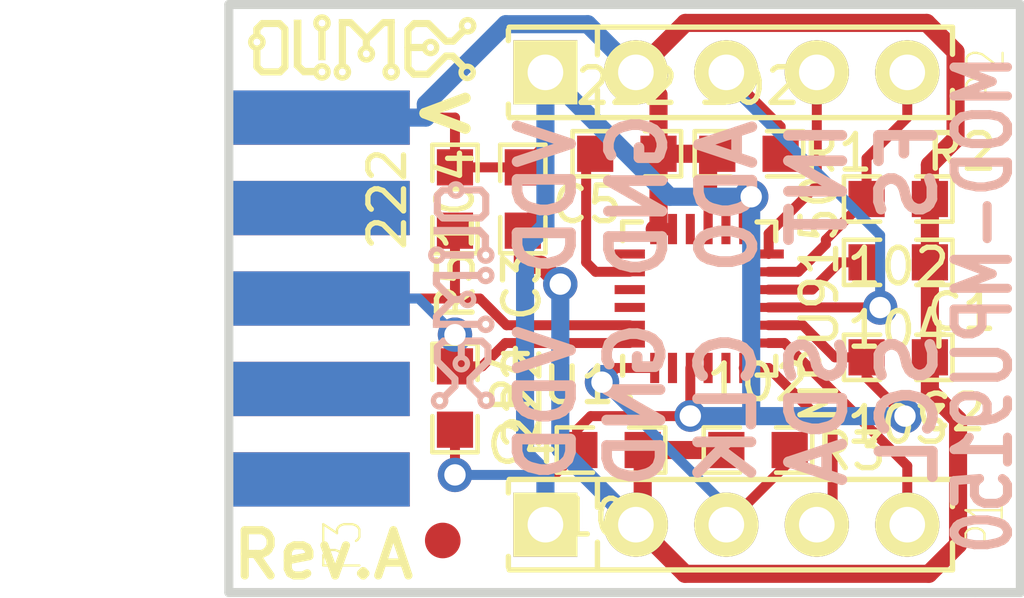
<source format=kicad_pcb>
(kicad_pcb (version 20171130) (host pcbnew "(5.1.12)-1")

  (general
    (thickness 1.6)
    (drawings 19)
    (tracks 133)
    (zones 0)
    (modules 17)
    (nets 27)
  )

  (page A4)
  (layers
    (0 F.Cu signal)
    (31 B.Cu signal)
    (32 B.Adhes user hide)
    (33 F.Adhes user hide)
    (34 B.Paste user hide)
    (35 F.Paste user hide)
    (36 B.SilkS user hide)
    (37 F.SilkS user hide)
    (38 B.Mask user hide)
    (39 F.Mask user hide)
    (40 Dwgs.User user hide)
    (41 Cmts.User user hide)
    (42 Eco1.User user hide)
    (43 Eco2.User user hide)
    (44 Edge.Cuts user)
    (45 Margin user hide)
    (46 B.CrtYd user hide)
    (47 F.CrtYd user hide)
    (48 B.Fab user hide)
    (49 F.Fab user hide)
  )

  (setup
    (last_trace_width 0.2794)
    (trace_clearance 0.19812)
    (zone_clearance 0.254)
    (zone_45_only no)
    (trace_min 0.2032)
    (via_size 0.9652)
    (via_drill 0.599999)
    (via_min_size 0.889)
    (via_min_drill 0.508)
    (uvia_size 0.508)
    (uvia_drill 0.127)
    (uvias_allowed no)
    (uvia_min_size 0.508)
    (uvia_min_drill 0.127)
    (edge_width 0.1)
    (segment_width 0.2)
    (pcb_text_width 0.3)
    (pcb_text_size 1.5 1.5)
    (mod_edge_width 0.15)
    (mod_text_size 0.762 1.016)
    (mod_text_width 0.0635)
    (pad_size 1 1)
    (pad_drill 0)
    (pad_to_mask_clearance 0.0508)
    (solder_mask_min_width 0.0508)
    (pad_to_paste_clearance -0.0508)
    (aux_axis_origin 0 0)
    (visible_elements 7FFFFFFF)
    (pcbplotparams
      (layerselection 0x00020_00000000)
      (usegerberextensions false)
      (usegerberattributes true)
      (usegerberadvancedattributes true)
      (creategerberjobfile true)
      (excludeedgelayer false)
      (linewidth 0.100000)
      (plotframeref false)
      (viasonmask false)
      (mode 1)
      (useauxorigin false)
      (hpglpennumber 1)
      (hpglpenspeed 20)
      (hpglpendiameter 15.000000)
      (psnegative false)
      (psa4output false)
      (plotreference false)
      (plotvalue false)
      (plotinvisibletext false)
      (padsonsilk false)
      (subtractmaskfromsilk false)
      (outputformat 1)
      (mirror false)
      (drillshape 0)
      (scaleselection 1)
      (outputdirectory ""))
  )

  (net 0 "")
  (net 1 "Net-(C1-Pad1)")
  (net 2 GND)
  (net 3 VDD)
  (net 4 CLKIN)
  (net 5 "Net-(P3-Pad3)")
  (net 6 "Net-(P3-Pad4)")
  (net 7 /SCL)
  (net 8 /SDA)
  (net 9 "Net-(P3-Pad7)")
  (net 10 "Net-(P3-Pad8)")
  (net 11 "Net-(P3-Pad9)")
  (net 12 "Net-(P3-Pad10)")
  (net 13 "Net-(U1-Pad2)")
  (net 14 "Net-(U1-Pad4)")
  (net 15 "Net-(U1-Pad5)")
  (net 16 "Net-(U1-Pad14)")
  (net 17 "Net-(U1-Pad16)")
  (net 18 "Net-(U1-Pad19)")
  (net 19 "Net-(U1-Pad21)")
  (net 20 "Net-(U1-Pad22)")
  (net 21 "Net-(P1-Pad4)")
  (net 22 AD0)
  (net 23 "Net-(P2-Pad4)")
  (net 24 "Net-(P2-Pad5)")
  (net 25 "Net-(C5-Pad2)")
  (net 26 "Net-(P1-Pad5)")

  (net_class Default "This is the default net class."
    (clearance 0.19812)
    (trace_width 0.2794)
    (via_dia 0.9652)
    (via_drill 0.599999)
    (uvia_dia 0.508)
    (uvia_drill 0.127)
    (add_net /SCL)
    (add_net /SDA)
    (add_net AD0)
    (add_net CLKIN)
    (add_net "Net-(C1-Pad1)")
    (add_net "Net-(C5-Pad2)")
    (add_net "Net-(P1-Pad4)")
    (add_net "Net-(P1-Pad5)")
    (add_net "Net-(P2-Pad4)")
    (add_net "Net-(P2-Pad5)")
    (add_net "Net-(P3-Pad10)")
    (add_net "Net-(P3-Pad3)")
    (add_net "Net-(P3-Pad4)")
    (add_net "Net-(P3-Pad7)")
    (add_net "Net-(P3-Pad8)")
    (add_net "Net-(P3-Pad9)")
    (add_net "Net-(U1-Pad14)")
    (add_net "Net-(U1-Pad16)")
    (add_net "Net-(U1-Pad19)")
    (add_net "Net-(U1-Pad2)")
    (add_net "Net-(U1-Pad21)")
    (add_net "Net-(U1-Pad22)")
    (add_net "Net-(U1-Pad4)")
    (add_net "Net-(U1-Pad5)")
  )

  (net_class fatpower ""
    (clearance 0.19812)
    (trace_width 0.2794)
    (via_dia 0.9652)
    (via_drill 0.599999)
    (uvia_dia 0.508)
    (uvia_drill 0.127)
  )

  (net_class power ""
    (clearance 0.19812)
    (trace_width 0.508)
    (via_dia 0.9652)
    (via_drill 0.599999)
    (uvia_dia 0.508)
    (uvia_drill 0.127)
    (add_net GND)
    (add_net VDD)
  )

  (module kicad_wrk:QFN-24-1EP_4x4mm_Pitch0.5mm (layer F.Cu) (tedit 55378A76) (tstamp 54FEE286)
    (at 146.558 88.9 90)
    (descr "24-Lead Plastic Quad Flat, No Lead Package (MJ) - 4x4x0.9 mm Body [QFN]; (see Microchip Packaging Specification 00000049BS.pdf)")
    (tags "QFN 0.5")
    (path /54F81ACE)
    (attr smd)
    (fp_text reference U1 (at -2.4384 -3.3782 180) (layer F.SilkS)
      (effects (font (size 1 1) (thickness 0.15)))
    )
    (fp_text value MPU9150 (at 0 3.375 90) (layer F.SilkS)
      (effects (font (size 1 1) (thickness 0.15)))
    )
    (fp_line (start 2.15 -2.15) (end 1.625 -2.15) (layer F.SilkS) (width 0.15))
    (fp_line (start 2.15 2.15) (end 1.625 2.15) (layer F.SilkS) (width 0.15))
    (fp_line (start -2.15 2.15) (end -1.625 2.15) (layer F.SilkS) (width 0.15))
    (fp_line (start -2.15 -2.15) (end -1.625 -2.15) (layer F.SilkS) (width 0.15))
    (fp_line (start 2.15 2.15) (end 2.15 1.625) (layer F.SilkS) (width 0.15))
    (fp_line (start -2.15 2.15) (end -2.15 1.625) (layer F.SilkS) (width 0.15))
    (fp_line (start 2.15 -2.15) (end 2.15 -1.625) (layer F.SilkS) (width 0.15))
    (fp_line (start -2.65 2.65) (end 2.65 2.65) (layer F.CrtYd) (width 0.05))
    (fp_line (start -2.65 -2.65) (end 2.65 -2.65) (layer F.CrtYd) (width 0.05))
    (fp_line (start 2.65 -2.65) (end 2.65 2.65) (layer F.CrtYd) (width 0.05))
    (fp_line (start -2.65 -2.65) (end -2.65 2.65) (layer F.CrtYd) (width 0.05))
    (fp_text user . (at -2.794 -2.54 90) (layer F.SilkS)
      (effects (font (size 1.27 1.27) (thickness 0.2032)))
    )
    (pad 1 smd rect (at -1.95 -1.25 90) (size 0.85 0.254) (layers F.Cu F.Paste F.Mask)
      (net 4 CLKIN))
    (pad 2 smd rect (at -1.95 -0.75 90) (size 0.85 0.254) (layers F.Cu F.Paste F.Mask)
      (net 13 "Net-(U1-Pad2)"))
    (pad 3 smd rect (at -1.95 -0.25 90) (size 0.85 0.254) (layers F.Cu F.Paste F.Mask)
      (net 3 VDD))
    (pad 4 smd rect (at -1.95 0.25 90) (size 0.85 0.254) (layers F.Cu F.Paste F.Mask)
      (net 14 "Net-(U1-Pad4)"))
    (pad 5 smd rect (at -1.95 0.75 90) (size 0.85 0.254) (layers F.Cu F.Paste F.Mask)
      (net 15 "Net-(U1-Pad5)"))
    (pad 6 smd rect (at -1.95 1.25 90) (size 0.85 0.254) (layers F.Cu F.Paste F.Mask)
      (net 21 "Net-(P1-Pad4)"))
    (pad 7 smd rect (at -1.25 1.95 180) (size 0.85 0.254) (layers F.Cu F.Paste F.Mask)
      (net 26 "Net-(P1-Pad5)"))
    (pad 8 smd rect (at -0.75 1.95 180) (size 0.85 0.254) (layers F.Cu F.Paste F.Mask)
      (net 3 VDD))
    (pad 9 smd rect (at -0.25 1.95 180) (size 0.85 0.254) (layers F.Cu F.Paste F.Mask)
      (net 22 AD0))
    (pad 10 smd rect (at 0.25 1.95 180) (size 0.85 0.254) (layers F.Cu F.Paste F.Mask)
      (net 1 "Net-(C1-Pad1)"))
    (pad 11 smd rect (at 0.75 1.95 180) (size 0.85 0.254) (layers F.Cu F.Paste F.Mask)
      (net 24 "Net-(P2-Pad5)"))
    (pad 12 smd rect (at 1.25 1.95 180) (size 0.85 0.254) (layers F.Cu F.Paste F.Mask)
      (net 23 "Net-(P2-Pad4)"))
    (pad 13 smd rect (at 1.95 1.25 90) (size 0.85 0.254) (layers F.Cu F.Paste F.Mask)
      (net 3 VDD))
    (pad 14 smd rect (at 1.95 0.75 90) (size 0.85 0.254) (layers F.Cu F.Paste F.Mask)
      (net 16 "Net-(U1-Pad14)"))
    (pad 15 smd rect (at 1.95 0.25 90) (size 0.85 0.254) (layers F.Cu F.Paste F.Mask)
      (net 2 GND))
    (pad 16 smd rect (at 1.95 -0.25 90) (size 0.85 0.254) (layers F.Cu F.Paste F.Mask)
      (net 17 "Net-(U1-Pad16)"))
    (pad 17 smd rect (at 1.95 -0.75 90) (size 0.85 0.254) (layers F.Cu F.Paste F.Mask)
      (net 2 GND))
    (pad 18 smd rect (at 1.95 -1.25 90) (size 0.85 0.254) (layers F.Cu F.Paste F.Mask)
      (net 2 GND))
    (pad 19 smd rect (at 1.25 -1.95 180) (size 0.85 0.254) (layers F.Cu F.Paste F.Mask)
      (net 18 "Net-(U1-Pad19)"))
    (pad 20 smd rect (at 0.75 -1.95 180) (size 0.85 0.254) (layers F.Cu F.Paste F.Mask)
      (net 25 "Net-(C5-Pad2)"))
    (pad 21 smd rect (at 0.25 -1.95 180) (size 0.85 0.254) (layers F.Cu F.Paste F.Mask)
      (net 19 "Net-(U1-Pad21)"))
    (pad 22 smd rect (at -0.25 -1.95 180) (size 0.85 0.254) (layers F.Cu F.Paste F.Mask)
      (net 20 "Net-(U1-Pad22)"))
    (pad 23 smd rect (at -0.75 -1.95 180) (size 0.85 0.254) (layers F.Cu F.Paste F.Mask)
      (net 7 /SCL))
    (pad 24 smd rect (at -1.25 -1.95 180) (size 0.85 0.254) (layers F.Cu F.Paste F.Mask)
      (net 8 /SDA))
    (model Housings_DFN_QFN/QFN-24-1EP_4x4mm_Pitch0.5mm.wrl
      (at (xyz 0 0 0))
      (scale (xyz 1 1 1))
      (rotate (xyz 0 0 0))
    )
  )

  (module UEXTF (layer F.Cu) (tedit 54FEFDC9) (tstamp 54F971C0)
    (at 130.81 88.9)
    (path /54F82F55)
    (fp_text reference P3 (at 5.7404 6.9342 90) (layer F.SilkS)
      (effects (font (size 1.016 0.762) (thickness 0.0635)))
    )
    (fp_text value HE10-10 (at 0 -3.81) (layer F.Fab)
      (effects (font (size 1 1) (thickness 0.15)))
    )
    (fp_line (start -3.81 6.35) (end 2.54 6.35) (layer F.Fab) (width 0.15))
    (fp_line (start -3.81 -6.35) (end -3.81 6.35) (layer F.Fab) (width 0.15))
    (fp_line (start 2.54 -6.35) (end -3.81 -6.35) (layer F.Fab) (width 0.15))
    (fp_line (start 1.27 1.27) (end -3.81 1.27) (layer F.Fab) (width 0.15))
    (fp_line (start 1.27 -1.27) (end 1.27 1.27) (layer F.Fab) (width 0.15))
    (fp_line (start -2.54 -1.27) (end 1.27 -1.27) (layer F.Fab) (width 0.15))
    (fp_line (start -3.81 -1.27) (end -2.54 -1.27) (layer F.Fab) (width 0.15))
    (fp_line (start 2.54 -6.35) (end 2.54 6.35) (layer F.Fab) (width 0.15))
    (pad 1 smd rect (at 5.08 -5.08) (size 5.08 1.524) (layers F.Cu F.Mask)
      (net 3 VDD))
    (pad 2 smd rect (at 5.08 -5.08) (size 5.08 1.524) (layers B.Cu B.Mask)
      (net 2 GND))
    (pad 3 smd rect (at 5.08 -2.54) (size 5.08 1.524) (layers F.Cu F.Mask)
      (net 5 "Net-(P3-Pad3)"))
    (pad 4 smd rect (at 5.08 -2.54) (size 5.08 1.524) (layers B.Cu B.Mask)
      (net 6 "Net-(P3-Pad4)"))
    (pad 5 smd rect (at 5.08 0) (size 5.08 1.524) (layers F.Cu F.Mask)
      (net 7 /SCL))
    (pad 6 smd rect (at 5.08 0) (size 5.08 1.524) (layers B.Cu B.Mask)
      (net 8 /SDA))
    (pad 7 smd rect (at 5.08 2.54) (size 5.08 1.524) (layers F.Cu F.Mask)
      (net 9 "Net-(P3-Pad7)"))
    (pad 8 smd rect (at 5.08 2.54) (size 5.08 1.524) (layers B.Cu B.Mask)
      (net 10 "Net-(P3-Pad8)"))
    (pad 9 smd rect (at 5.08 5.08) (size 5.08 1.524) (layers F.Cu F.Mask)
      (net 11 "Net-(P3-Pad9)"))
    (pad 10 smd rect (at 5.08 5.08) (size 5.08 1.524) (layers B.Cu B.Mask)
      (net 12 "Net-(P3-Pad10)"))
  )

  (module sips:SIP5_Housing locked (layer F.Cu) (tedit 54FEFD76) (tstamp 54F971AA)
    (at 147.32 82.55)
    (descr SIP5)
    (tags SIP5)
    (path /54F97189)
    (fp_text reference P2 (at 7.2898 0.0508 90) (layer F.SilkS)
      (effects (font (size 1.016 0.762) (thickness 0.0635)))
    )
    (fp_text value CONN_01X05 (at -0.1 3.7) (layer F.SilkS) hide
      (effects (font (size 1 1) (thickness 0.15)))
    )
    (fp_line (start -6.12 -1.192) (end -6.12 -0.892) (layer F.SilkS) (width 0.15))
    (fp_line (start -6.12 1.192) (end -6.12 0.892) (layer F.SilkS) (width 0.15))
    (fp_line (start -3.62 -1.192) (end -3.62 -0.492) (layer F.SilkS) (width 0.15))
    (fp_line (start -3.62 1.192) (end -3.62 0.492) (layer F.SilkS) (width 0.15))
    (fp_line (start 6.35 -1.27) (end 6.35 -0.508) (layer F.SilkS) (width 0.15))
    (fp_line (start -6.096 -1.27) (end 6.35 -1.27) (layer F.SilkS) (width 0.15))
    (fp_line (start 6.35 1.27) (end -6.096 1.27) (layer F.SilkS) (width 0.15))
    (fp_line (start 6.35 0.508) (end 6.35 1.27) (layer F.SilkS) (width 0.15))
    (pad 1 thru_hole rect (at -5.08 0 90) (size 1.8 1.8) (drill 1) (layers *.Cu *.Mask F.SilkS)
      (net 3 VDD))
    (pad 2 thru_hole circle (at -2.54 0 90) (size 1.8 1.8) (drill 1) (layers *.Cu *.Mask F.SilkS)
      (net 2 GND))
    (pad 3 thru_hole circle (at 0 0 90) (size 1.8 1.8) (drill 1) (layers *.Cu *.Mask F.SilkS)
      (net 22 AD0))
    (pad 4 thru_hole circle (at 2.54 0 90) (size 1.8 1.8) (drill 1) (layers *.Cu *.Mask F.SilkS)
      (net 23 "Net-(P2-Pad4)"))
    (pad 5 thru_hole circle (at 5.08 0 90) (size 1.8 1.8) (drill 1) (layers *.Cu *.Mask F.SilkS)
      (net 24 "Net-(P2-Pad5)"))
    (model Housings_SIP/SIP9_Housing.wrl
      (at (xyz 0 0 0))
      (scale (xyz 0.3937 0.3937 0.3937))
      (rotate (xyz 0 0 0))
    )
  )

  (module SIP5_Housing locked (layer F.Cu) (tedit 54FEFD7F) (tstamp 54F97199)
    (at 147.32 95.25)
    (descr SIP5)
    (tags SIP5)
    (path /54F96681)
    (fp_text reference P1 (at 7.2644 -0.0254 90) (layer F.SilkS)
      (effects (font (size 1.016 0.762) (thickness 0.0635)))
    )
    (fp_text value CONN_01X05 (at -0.1 3.7) (layer F.SilkS) hide
      (effects (font (size 1 1) (thickness 0.15)))
    )
    (fp_line (start -6.12 -1.192) (end -6.12 -0.892) (layer F.SilkS) (width 0.15))
    (fp_line (start -6.12 1.192) (end -6.12 0.892) (layer F.SilkS) (width 0.15))
    (fp_line (start -3.62 -1.192) (end -3.62 -0.492) (layer F.SilkS) (width 0.15))
    (fp_line (start -3.62 1.192) (end -3.62 0.492) (layer F.SilkS) (width 0.15))
    (fp_line (start 6.35 -1.27) (end 6.35 -0.508) (layer F.SilkS) (width 0.15))
    (fp_line (start -6.096 -1.27) (end 6.35 -1.27) (layer F.SilkS) (width 0.15))
    (fp_line (start 6.35 1.27) (end -6.096 1.27) (layer F.SilkS) (width 0.15))
    (fp_line (start 6.35 0.508) (end 6.35 1.27) (layer F.SilkS) (width 0.15))
    (pad 1 thru_hole rect (at -5.08 0 90) (size 1.8 1.8) (drill 1) (layers *.Cu *.Mask F.SilkS)
      (net 3 VDD))
    (pad 2 thru_hole circle (at -2.54 0 90) (size 1.8 1.8) (drill 1) (layers *.Cu *.Mask F.SilkS)
      (net 2 GND))
    (pad 3 thru_hole circle (at 0 0 90) (size 1.8 1.8) (drill 1) (layers *.Cu *.Mask F.SilkS)
      (net 4 CLKIN))
    (pad 4 thru_hole circle (at 2.54 0 90) (size 1.8 1.8) (drill 1) (layers *.Cu *.Mask F.SilkS)
      (net 21 "Net-(P1-Pad4)"))
    (pad 5 thru_hole circle (at 5.08 0 90) (size 1.8 1.8) (drill 1) (layers *.Cu *.Mask F.SilkS)
      (net 26 "Net-(P1-Pad5)"))
    (model Housings_SIP/SIP9_Housing.wrl
      (at (xyz 0 0 0))
      (scale (xyz 0.3937 0.3937 0.3937))
      (rotate (xyz 0 0 0))
    )
  )

  (module kicad_wrk:C_0603 (layer F.Cu) (tedit 54FEFE07) (tstamp 54FEE13C)
    (at 152.146 87.884)
    (descr "Resistor SMD 0603, reflow soldering, Vishay (see dcrcw.pdf)")
    (tags "resistor 0603")
    (path /54F81BC0)
    (attr smd)
    (fp_text reference C1 (at 1.778 1.397) (layer F.SilkS)
      (effects (font (size 1 1) (thickness 0.15)))
    )
    (fp_text value 104 (at 0 1.9) (layer F.SilkS)
      (effects (font (size 1 1) (thickness 0.15)))
    )
    (fp_line (start -1.524 -0.635) (end -0.508 -0.635) (layer F.SilkS) (width 0.127))
    (fp_line (start -1.524 0.635) (end -0.508 0.635) (layer F.SilkS) (width 0.127))
    (fp_line (start -1.524 -0.635) (end -1.524 0.635) (layer F.SilkS) (width 0.127))
    (fp_line (start 1.524 0.635) (end 0.508 0.635) (layer F.SilkS) (width 0.127))
    (fp_line (start 1.524 -0.635) (end 1.524 0.635) (layer F.SilkS) (width 0.127))
    (fp_line (start 0.508 -0.635) (end 1.524 -0.635) (layer F.SilkS) (width 0.127))
    (pad 1 smd rect (at -0.889 0) (size 1.016 1.016) (layers F.Cu F.Paste F.Mask)
      (net 1 "Net-(C1-Pad1)"))
    (pad 2 smd rect (at 0.889 0) (size 1.016 1.016) (layers F.Cu F.Paste F.Mask)
      (net 2 GND))
    (model Resistors_SMD/R_0603.wrl
      (at (xyz 0 0 0))
      (scale (xyz 1 1 1))
      (rotate (xyz 0 0 0))
    )
  )

  (module kicad_wrk:C_0603 (layer F.Cu) (tedit 54FEFE04) (tstamp 54FEE148)
    (at 152.146 90.551)
    (descr "Resistor SMD 0603, reflow soldering, Vishay (see dcrcw.pdf)")
    (tags "resistor 0603")
    (path /54F81B57)
    (attr smd)
    (fp_text reference C2 (at 1.4732 1.5494) (layer F.SilkS)
      (effects (font (size 1 1) (thickness 0.15)))
    )
    (fp_text value 103 (at 0 1.9) (layer F.SilkS)
      (effects (font (size 1 1) (thickness 0.15)))
    )
    (fp_line (start -1.524 -0.635) (end -0.508 -0.635) (layer F.SilkS) (width 0.127))
    (fp_line (start -1.524 0.635) (end -0.508 0.635) (layer F.SilkS) (width 0.127))
    (fp_line (start -1.524 -0.635) (end -1.524 0.635) (layer F.SilkS) (width 0.127))
    (fp_line (start 1.524 0.635) (end 0.508 0.635) (layer F.SilkS) (width 0.127))
    (fp_line (start 1.524 -0.635) (end 1.524 0.635) (layer F.SilkS) (width 0.127))
    (fp_line (start 0.508 -0.635) (end 1.524 -0.635) (layer F.SilkS) (width 0.127))
    (pad 1 smd rect (at -0.889 0) (size 1.016 1.016) (layers F.Cu F.Paste F.Mask)
      (net 3 VDD))
    (pad 2 smd rect (at 0.889 0) (size 1.016 1.016) (layers F.Cu F.Paste F.Mask)
      (net 2 GND))
    (model Resistors_SMD/R_0603.wrl
      (at (xyz 0 0 0))
      (scale (xyz 1 1 1))
      (rotate (xyz 0 0 0))
    )
  )

  (module kicad_wrk:C_0603 (layer F.Cu) (tedit 54FEFD5E) (tstamp 54FEE154)
    (at 141.605 86.106 270)
    (descr "Resistor SMD 0603, reflow soldering, Vishay (see dcrcw.pdf)")
    (tags "resistor 0603")
    (path /54F851DC)
    (attr smd)
    (fp_text reference C3 (at 2.4384 0.0254 270) (layer F.SilkS)
      (effects (font (size 1 1) (thickness 0.15)))
    )
    (fp_text value 104 (at 0 1.9 270) (layer F.SilkS)
      (effects (font (size 1 1) (thickness 0.15)))
    )
    (fp_line (start -1.524 -0.635) (end -0.508 -0.635) (layer F.SilkS) (width 0.127))
    (fp_line (start -1.524 0.635) (end -0.508 0.635) (layer F.SilkS) (width 0.127))
    (fp_line (start -1.524 -0.635) (end -1.524 0.635) (layer F.SilkS) (width 0.127))
    (fp_line (start 1.524 0.635) (end 0.508 0.635) (layer F.SilkS) (width 0.127))
    (fp_line (start 1.524 -0.635) (end 1.524 0.635) (layer F.SilkS) (width 0.127))
    (fp_line (start 0.508 -0.635) (end 1.524 -0.635) (layer F.SilkS) (width 0.127))
    (pad 1 smd rect (at -0.889 0 270) (size 1.016 1.016) (layers F.Cu F.Paste F.Mask)
      (net 3 VDD))
    (pad 2 smd rect (at 0.889 0 270) (size 1.016 1.016) (layers F.Cu F.Paste F.Mask)
      (net 2 GND))
    (model Resistors_SMD/R_0603.wrl
      (at (xyz 0 0 0))
      (scale (xyz 1 1 1))
      (rotate (xyz 0 0 0))
    )
  )

  (module kicad_wrk:C_0603 (layer F.Cu) (tedit 54FEFDB1) (tstamp 54FEE160)
    (at 144.082 93.1545)
    (descr "Resistor SMD 0603, reflow soldering, Vishay (see dcrcw.pdf)")
    (tags "resistor 0603")
    (path /54F81D5B)
    (attr smd)
    (fp_text reference C4 (at -2.5019 -0.1397) (layer F.SilkS)
      (effects (font (size 1 1) (thickness 0.15)))
    )
    (fp_text value 104 (at 0 1.9) (layer F.SilkS)
      (effects (font (size 1 1) (thickness 0.15)))
    )
    (fp_line (start -1.524 -0.635) (end -0.508 -0.635) (layer F.SilkS) (width 0.127))
    (fp_line (start -1.524 0.635) (end -0.508 0.635) (layer F.SilkS) (width 0.127))
    (fp_line (start -1.524 -0.635) (end -1.524 0.635) (layer F.SilkS) (width 0.127))
    (fp_line (start 1.524 0.635) (end 0.508 0.635) (layer F.SilkS) (width 0.127))
    (fp_line (start 1.524 -0.635) (end 1.524 0.635) (layer F.SilkS) (width 0.127))
    (fp_line (start 0.508 -0.635) (end 1.524 -0.635) (layer F.SilkS) (width 0.127))
    (pad 1 smd rect (at -0.889 0) (size 1.016 1.016) (layers F.Cu F.Paste F.Mask)
      (net 3 VDD))
    (pad 2 smd rect (at 0.889 0) (size 1.016 1.016) (layers F.Cu F.Paste F.Mask)
      (net 2 GND))
    (model Resistors_SMD/R_0603.wrl
      (at (xyz 0 0 0))
      (scale (xyz 1 1 1))
      (rotate (xyz 0 0 0))
    )
  )

  (module kicad_wrk:C_0603 (layer F.Cu) (tedit 54FEFD67) (tstamp 54FEE16C)
    (at 144.526 84.836 180)
    (descr "Resistor SMD 0603, reflow soldering, Vishay (see dcrcw.pdf)")
    (tags "resistor 0603")
    (path /54F82086)
    (attr smd)
    (fp_text reference C5 (at 1.1176 -1.4224 180) (layer F.SilkS)
      (effects (font (size 1 1) (thickness 0.15)))
    )
    (fp_text value 222 (at 0 1.9 180) (layer F.SilkS)
      (effects (font (size 1 1) (thickness 0.15)))
    )
    (fp_line (start -1.524 -0.635) (end -0.508 -0.635) (layer F.SilkS) (width 0.127))
    (fp_line (start -1.524 0.635) (end -0.508 0.635) (layer F.SilkS) (width 0.127))
    (fp_line (start -1.524 -0.635) (end -1.524 0.635) (layer F.SilkS) (width 0.127))
    (fp_line (start 1.524 0.635) (end 0.508 0.635) (layer F.SilkS) (width 0.127))
    (fp_line (start 1.524 -0.635) (end 1.524 0.635) (layer F.SilkS) (width 0.127))
    (fp_line (start 0.508 -0.635) (end 1.524 -0.635) (layer F.SilkS) (width 0.127))
    (pad 1 smd rect (at -0.889 0 180) (size 1.016 1.016) (layers F.Cu F.Paste F.Mask)
      (net 2 GND))
    (pad 2 smd rect (at 0.889 0 180) (size 1.016 1.016) (layers F.Cu F.Paste F.Mask)
      (net 25 "Net-(C5-Pad2)"))
    (model Resistors_SMD/R_0603.wrl
      (at (xyz 0 0 0))
      (scale (xyz 1 1 1))
      (rotate (xyz 0 0 0))
    )
  )

  (module kicad_wrk:R_0603 (layer F.Cu) (tedit 54FEFD28) (tstamp 54FEE178)
    (at 147.955 84.836 180)
    (descr "Resistor SMD 0603, reflow soldering, Vishay (see dcrcw.pdf)")
    (tags "resistor 0603")
    (path /54F847C7)
    (attr smd)
    (fp_text reference R1 (at -2.4892 0.0254 180) (layer F.SilkS)
      (effects (font (size 1 1) (thickness 0.15)))
    )
    (fp_text value 102 (at 0 1.9 180) (layer F.SilkS)
      (effects (font (size 1 1) (thickness 0.15)))
    )
    (fp_line (start -1.524 -0.635) (end -0.508 -0.635) (layer F.SilkS) (width 0.127))
    (fp_line (start -1.524 0.635) (end -0.508 0.635) (layer F.SilkS) (width 0.127))
    (fp_line (start -1.524 -0.635) (end -1.524 0.635) (layer F.SilkS) (width 0.127))
    (fp_line (start 1.524 0.635) (end 0.508 0.635) (layer F.SilkS) (width 0.127))
    (fp_line (start 1.524 -0.635) (end 1.524 0.635) (layer F.SilkS) (width 0.127))
    (fp_line (start 0.508 -0.635) (end 1.524 -0.635) (layer F.SilkS) (width 0.127))
    (pad 1 smd rect (at -0.889 0 180) (size 1.016 1.016) (layers F.Cu F.Paste F.Mask)
      (net 22 AD0))
    (pad 2 smd rect (at 0.889 0 180) (size 1.016 1.016) (layers F.Cu F.Paste F.Mask)
      (net 2 GND))
    (model Resistors_SMD/R_0603.wrl
      (at (xyz 0 0 0))
      (scale (xyz 1 1 1))
      (rotate (xyz 0 0 0))
    )
  )

  (module kicad_wrk:R_0603 (layer F.Cu) (tedit 54FEFE0A) (tstamp 54FEE184)
    (at 152.146 86.106)
    (descr "Resistor SMD 0603, reflow soldering, Vishay (see dcrcw.pdf)")
    (tags "resistor 0603")
    (path /54F84816)
    (attr smd)
    (fp_text reference R2 (at 1.778 -1.3208) (layer F.SilkS)
      (effects (font (size 1 1) (thickness 0.15)))
    )
    (fp_text value 102 (at 0 1.9) (layer F.SilkS)
      (effects (font (size 1 1) (thickness 0.15)))
    )
    (fp_line (start -1.524 -0.635) (end -0.508 -0.635) (layer F.SilkS) (width 0.127))
    (fp_line (start -1.524 0.635) (end -0.508 0.635) (layer F.SilkS) (width 0.127))
    (fp_line (start -1.524 -0.635) (end -1.524 0.635) (layer F.SilkS) (width 0.127))
    (fp_line (start 1.524 0.635) (end 0.508 0.635) (layer F.SilkS) (width 0.127))
    (fp_line (start 1.524 -0.635) (end 1.524 0.635) (layer F.SilkS) (width 0.127))
    (fp_line (start 0.508 -0.635) (end 1.524 -0.635) (layer F.SilkS) (width 0.127))
    (pad 1 smd rect (at -0.889 0) (size 1.016 1.016) (layers F.Cu F.Paste F.Mask)
      (net 24 "Net-(P2-Pad5)"))
    (pad 2 smd rect (at 0.889 0) (size 1.016 1.016) (layers F.Cu F.Paste F.Mask)
      (net 2 GND))
    (model Resistors_SMD/R_0603.wrl
      (at (xyz 0 0 0))
      (scale (xyz 1 1 1))
      (rotate (xyz 0 0 0))
    )
  )

  (module kicad_wrk:R_0603 (layer F.Cu) (tedit 54FEFD4E) (tstamp 54FEE190)
    (at 148.209 93.1545 180)
    (descr "Resistor SMD 0603, reflow soldering, Vishay (see dcrcw.pdf)")
    (tags "resistor 0603")
    (path /54F84B6C)
    (attr smd)
    (fp_text reference R3 (at -2.6162 -0.0381 180) (layer F.SilkS)
      (effects (font (size 1 1) (thickness 0.15)))
    )
    (fp_text value 102 (at 0 1.9 180) (layer F.SilkS)
      (effects (font (size 1 1) (thickness 0.15)))
    )
    (fp_line (start -1.524 -0.635) (end -0.508 -0.635) (layer F.SilkS) (width 0.127))
    (fp_line (start -1.524 0.635) (end -0.508 0.635) (layer F.SilkS) (width 0.127))
    (fp_line (start -1.524 -0.635) (end -1.524 0.635) (layer F.SilkS) (width 0.127))
    (fp_line (start 1.524 0.635) (end 0.508 0.635) (layer F.SilkS) (width 0.127))
    (fp_line (start 1.524 -0.635) (end 1.524 0.635) (layer F.SilkS) (width 0.127))
    (fp_line (start 0.508 -0.635) (end 1.524 -0.635) (layer F.SilkS) (width 0.127))
    (pad 1 smd rect (at -0.889 0 180) (size 1.016 1.016) (layers F.Cu F.Paste F.Mask)
      (net 4 CLKIN))
    (pad 2 smd rect (at 0.889 0 180) (size 1.016 1.016) (layers F.Cu F.Paste F.Mask)
      (net 2 GND))
    (model Resistors_SMD/R_0603.wrl
      (at (xyz 0 0 0))
      (scale (xyz 1 1 1))
      (rotate (xyz 0 0 0))
    )
  )

  (module kicad_wrk:R_0603 (layer F.Cu) (tedit 553744D4) (tstamp 54FEE19C)
    (at 139.7 91.694 90)
    (descr "Resistor SMD 0603, reflow soldering, Vishay (see dcrcw.pdf)")
    (tags "resistor 0603")
    (path /54F86043)
    (attr smd)
    (fp_text reference R4 (at 0.5588 1.5748 90) (layer F.SilkS)
      (effects (font (size 1 1) (thickness 0.15)))
    )
    (fp_text value 222 (at 0 1.9 90) (layer F.SilkS)
      (effects (font (size 1 1) (thickness 0.15)))
    )
    (fp_line (start -1.524 -0.635) (end -0.508 -0.635) (layer F.SilkS) (width 0.127))
    (fp_line (start -1.524 0.635) (end -0.508 0.635) (layer F.SilkS) (width 0.127))
    (fp_line (start -1.524 -0.635) (end -1.524 0.635) (layer F.SilkS) (width 0.127))
    (fp_line (start 1.524 0.635) (end 0.508 0.635) (layer F.SilkS) (width 0.127))
    (fp_line (start 1.524 -0.635) (end 1.524 0.635) (layer F.SilkS) (width 0.127))
    (fp_line (start 0.508 -0.635) (end 1.524 -0.635) (layer F.SilkS) (width 0.127))
    (pad 1 smd rect (at -0.889 0 90) (size 1.016 1.016) (layers F.Cu F.Paste F.Mask)
      (net 3 VDD))
    (pad 2 smd rect (at 0.889 0 90) (size 1.016 1.016) (layers F.Cu F.Paste F.Mask)
      (net 8 /SDA))
    (model Resistors_SMD/R_0603.wrl
      (at (xyz 0 0 0))
      (scale (xyz 1 1 1))
      (rotate (xyz 0 0 0))
    )
  )

  (module kicad_wrk:R_0603 (layer F.Cu) (tedit 54FEFD5A) (tstamp 54FEE1A8)
    (at 139.7 86.106 270)
    (descr "Resistor SMD 0603, reflow soldering, Vishay (see dcrcw.pdf)")
    (tags "resistor 0603")
    (path /54F856DF)
    (attr smd)
    (fp_text reference R5 (at 2.4384 -0.0254 270) (layer F.SilkS)
      (effects (font (size 1 1) (thickness 0.15)))
    )
    (fp_text value 222 (at 0 1.9 270) (layer F.SilkS)
      (effects (font (size 1 1) (thickness 0.15)))
    )
    (fp_line (start -1.524 -0.635) (end -0.508 -0.635) (layer F.SilkS) (width 0.127))
    (fp_line (start -1.524 0.635) (end -0.508 0.635) (layer F.SilkS) (width 0.127))
    (fp_line (start -1.524 -0.635) (end -1.524 0.635) (layer F.SilkS) (width 0.127))
    (fp_line (start 1.524 0.635) (end 0.508 0.635) (layer F.SilkS) (width 0.127))
    (fp_line (start 1.524 -0.635) (end 1.524 0.635) (layer F.SilkS) (width 0.127))
    (fp_line (start 0.508 -0.635) (end 1.524 -0.635) (layer F.SilkS) (width 0.127))
    (pad 1 smd rect (at -0.889 0 270) (size 1.016 1.016) (layers F.Cu F.Paste F.Mask)
      (net 3 VDD))
    (pad 2 smd rect (at 0.889 0 270) (size 1.016 1.016) (layers F.Cu F.Paste F.Mask)
      (net 7 /SCL))
    (model Resistors_SMD/R_0603.wrl
      (at (xyz 0 0 0))
      (scale (xyz 1 1 1))
      (rotate (xyz 0 0 0))
    )
  )

  (module kicad_wrk:Fiducial1x3 (layer F.Cu) (tedit 55407C7A) (tstamp 7FFFFFFF)
    (at 139.357 95.6945)
    (fp_text reference REF**_3 (at 0 3) (layer F.SilkS)
      (effects (font (size 1 1) (thickness 0.15)))
    )
    (fp_text value Fiducial1x3 (at 0 -3) (layer F.Fab)
      (effects (font (size 1 1) (thickness 0.15)))
    )
    (fp_circle (center 0 0) (end 1.5 0) (layer Dwgs.User) (width 0.254))
    (pad Fid1 smd circle (at 0 0) (size 1 1) (layers F.Cu F.Mask))
  )

  (module OLIMEX_LOGOs-FP:OLIMEX_LOGO_SMALL_TB (layer F.Cu) (tedit 5539E04C) (tstamp 5540C6C7)
    (at 137.084 81.8515)
    (fp_text reference REF**_2 (at -1.2827 -14.4145) (layer F.SilkS)
      (effects (font (size 1.1 1.1) (thickness 0.254)))
    )
    (fp_text value OLIMEX_LOGO_SMALL_TB (at -0.0254 13.4112) (layer F.Fab)
      (effects (font (size 1.1 1.1) (thickness 0.254)))
    )
    (fp_circle (center -2.9464 -0.1524) (end -2.8448 -0.2921) (layer F.SilkS) (width 0.15))
    (fp_circle (center -1.1176 0.6858) (end -1.016 0.5461) (layer F.SilkS) (width 0.15))
    (fp_circle (center -1.1176 -0.6858) (end -1.016 -0.8255) (layer F.SilkS) (width 0.15))
    (fp_circle (center -0.5461 0.6858) (end -0.4445 0.5461) (layer F.SilkS) (width 0.15))
    (fp_circle (center 0.127 0.1778) (end 0.2286 0.0381) (layer F.SilkS) (width 0.15))
    (fp_circle (center 0.8255 0.6858) (end 0.9271 0.5461) (layer F.SilkS) (width 0.15))
    (fp_circle (center 2.9591 0.6985) (end 3.0607 0.5588) (layer F.SilkS) (width 0.15))
    (fp_circle (center 2.9718 -0.6096) (end 3.0734 -0.7493) (layer F.SilkS) (width 0.15))
    (fp_circle (center 1.9304 0) (end 2.032 -0.1397) (layer F.SilkS) (width 0.15))
    (fp_line (start -2.3114 -0.6713) (end -2.159 -0.5207) (layer F.SilkS) (width 0.2))
    (fp_line (start -2.159 -0.4826) (end -2.159 0.5207) (layer F.SilkS) (width 0.2))
    (fp_line (start -2.2987 0.6858) (end -2.159 0.5461) (layer F.SilkS) (width 0.2))
    (fp_line (start -2.9464 0.0762) (end -2.9464 0.5207) (layer F.SilkS) (width 0.2))
    (fp_line (start -1.8034 -0.6731) (end -1.8034 0.508) (layer F.SilkS) (width 0.2))
    (fp_line (start -1.8034 0.508) (end -1.6256 0.6731) (layer F.SilkS) (width 0.2))
    (fp_line (start -1.6256 0.6731) (end -1.3462 0.6731) (layer F.SilkS) (width 0.2))
    (fp_line (start -1.1176 -0.4572) (end -1.1176 0.254) (layer F.SilkS) (width 0.2))
    (fp_line (start -0.5461 0.4699) (end -0.5461 -0.6985) (layer F.SilkS) (width 0.2))
    (fp_line (start -0.5461 -0.6985) (end -0.3175 -0.6985) (layer F.SilkS) (width 0.2))
    (fp_line (start -0.3175 -0.6985) (end 0.127 -0.254) (layer F.SilkS) (width 0.2))
    (fp_line (start 0.127 -0.254) (end 0.127 -0.0508) (layer F.SilkS) (width 0.2))
    (fp_line (start 0.127 -0.2286) (end 0.6096 -0.6985) (layer F.SilkS) (width 0.2))
    (fp_line (start 0.6096 -0.6985) (end 0.8255 -0.6985) (layer F.SilkS) (width 0.2))
    (fp_line (start 0.8255 -0.6985) (end 0.8255 0.4318) (layer F.SilkS) (width 0.2))
    (fp_line (start 2.8448 0.5334) (end 2.5527 0.2413) (layer F.SilkS) (width 0.2))
    (fp_line (start 2.5527 0.2413) (end 2.3622 0.2413) (layer F.SilkS) (width 0.2))
    (fp_line (start 2.3622 0.2413) (end 1.8542 0.7493) (layer F.SilkS) (width 0.2))
    (fp_line (start 1.8542 0.7493) (end 1.4605 0.7493) (layer F.SilkS) (width 0.2))
    (fp_line (start 1.4605 0.7493) (end 1.2954 0.5715) (layer F.SilkS) (width 0.2))
    (fp_line (start 1.2954 0.5715) (end 1.2954 0) (layer F.SilkS) (width 0.2))
    (fp_line (start 1.2954 -0.4953) (end 1.4732 -0.6731) (layer F.SilkS) (width 0.2))
    (fp_line (start 1.2954 0.0127) (end 1.2954 -0.4953) (layer F.SilkS) (width 0.2))
    (fp_line (start 1.4732 -0.6731) (end 1.8669 -0.6731) (layer F.SilkS) (width 0.2))
    (fp_line (start 1.8669 -0.6731) (end 2.3622 -0.1778) (layer F.SilkS) (width 0.2))
    (fp_line (start 2.3622 -0.1778) (end 2.5654 -0.1778) (layer F.SilkS) (width 0.2))
    (fp_line (start 2.5654 -0.1778) (end 2.8194 -0.4318) (layer F.SilkS) (width 0.2))
    (fp_line (start 1.7272 0) (end 1.2954 0) (layer F.SilkS) (width 0.2))
    (fp_line (start -2.794 -0.6731) (end -2.3114 -0.6731) (layer F.SilkS) (width 0.2))
    (fp_line (start -2.9464 -0.5207) (end -2.794 -0.6731) (layer F.SilkS) (width 0.2))
    (fp_line (start -2.9464 -0.3556) (end -2.9464 -0.5207) (layer F.SilkS) (width 0.2))
    (fp_line (start -2.794 0.6858) (end -2.9464 0.5461) (layer F.SilkS) (width 0.2))
    (fp_line (start -2.2987 0.6858) (end -2.794 0.6858) (layer F.SilkS) (width 0.2))
    (fp_line (start -1.905 -0.7747) (end -1.905 0.5207) (layer F.SilkS) (width 0.01))
    (fp_line (start -1.8034 -0.7747) (end -1.905 -0.7747) (layer F.SilkS) (width 0.01))
    (fp_line (start -1.905 0.5461) (end -1.6637 0.7747) (layer F.SilkS) (width 0.01))
    (fp_line (start -1.905 0.5334) (end -1.905 0.5461) (layer F.SilkS) (width 0.01))
    (fp_line (start -1.905 0.5207) (end -1.905 0.5334) (layer F.SilkS) (width 0.01))
    (fp_line (start -1.8923 0.5588) (end -1.905 0.5334) (layer F.SilkS) (width 0.01))
    (fp_line (start -1.6637 0.7747) (end -1.3462 0.7747) (layer F.SilkS) (width 0.01))
    (fp_line (start -1.651 0.7747) (end -1.6637 0.762) (layer F.SilkS) (width 0.01))
    (fp_line (start -1.7018 -0.7747) (end -1.7018 0.4826) (layer F.SilkS) (width 0.01))
    (fp_line (start -1.8034 -0.7747) (end -1.7018 -0.7747) (layer F.SilkS) (width 0.01))
    (fp_line (start -1.87706 -0.74422) (end -1.8288 -0.74422) (layer F.SilkS) (width 0.0625))
    (fp_line (start -1.78054 -0.74168) (end -1.73228 -0.74168) (layer F.SilkS) (width 0.0625))
    (fp_line (start -1.89738 -0.77216) (end -1.89738 -0.6985) (layer F.SilkS) (width 0.0127))
    (fp_line (start -1.71196 -0.77216) (end -1.71196 -0.69342) (layer F.SilkS) (width 0.0127))
    (fp_line (start -1.02362 0.35306) (end -1.21412 0.35306) (layer F.SilkS) (width 0.0127))
    (fp_line (start -1.02362 0.25654) (end -1.02362 0.35306) (layer F.SilkS) (width 0.0127))
    (fp_line (start -1.21412 0.35306) (end -1.21412 -0.4699) (layer F.SilkS) (width 0.0127))
    (fp_line (start -1.20904 0.34036) (end -1.02616 0.34036) (layer F.SilkS) (width 0.0127))
    (fp_line (start -1.21158 0.32766) (end -1.0287 0.32766) (layer F.SilkS) (width 0.0127))
    (fp_line (start -1.21158 0.31496) (end -1.0287 0.31496) (layer F.SilkS) (width 0.0127))
    (fp_line (start -1.21158 0.30226) (end -1.02616 0.30226) (layer F.SilkS) (width 0.0127))
    (fp_line (start -0.64008 -0.79248) (end -0.31242 -0.79248) (layer F.SilkS) (width 0.0127))
    (fp_line (start -0.64008 -0.69596) (end -0.64008 -0.79248) (layer F.SilkS) (width 0.0127))
    (fp_line (start -0.58674 -0.77978) (end -0.63246 -0.77978) (layer F.SilkS) (width 0.0127))
    (fp_line (start -0.62992 -0.7874) (end -0.62992 -0.74676) (layer F.SilkS) (width 0.0127))
    (fp_line (start -0.62738 -0.76708) (end -0.61214 -0.76708) (layer F.SilkS) (width 0.0127))
    (fp_line (start 0.91948 -0.79248) (end 0.91948 -0.69596) (layer F.SilkS) (width 0.0127))
    (fp_line (start 0.83312 -0.79248) (end 0.91948 -0.79248) (layer F.SilkS) (width 0.0127))
    (fp_line (start 0.87376 -0.78232) (end 0.91186 -0.78232) (layer F.SilkS) (width 0.0127))
    (fp_line (start 0.90932 -0.77724) (end 0.90932 -0.74676) (layer F.SilkS) (width 0.0127))
    (fp_line (start 0.88646 -0.77216) (end 0.90678 -0.77216) (layer F.SilkS) (width 0.0127))
    (fp_line (start 0.9017 -0.7747) (end 0.9017 -0.75946) (layer F.SilkS) (width 0.0127))
  )

  (module OLIMEX_LOGOs-FP:OLIMEX_LOGO_SMALL_TB (layer B.Cu) (tedit 5539E04C) (tstamp 5540C763)
    (at 139.878 88.7984 270)
    (fp_text reference REF** (at -1.2827 14.4145 270) (layer B.SilkS)
      (effects (font (size 1.1 1.1) (thickness 0.254)) (justify mirror))
    )
    (fp_text value OLIMEX_LOGO_SMALL_TB (at -0.0254 -13.4112 270) (layer B.Fab)
      (effects (font (size 1.1 1.1) (thickness 0.254)) (justify mirror))
    )
    (fp_circle (center -2.9464 0.1524) (end -2.8448 0.2921) (layer B.SilkS) (width 0.15))
    (fp_circle (center -1.1176 -0.6858) (end -1.016 -0.5461) (layer B.SilkS) (width 0.15))
    (fp_circle (center -1.1176 0.6858) (end -1.016 0.8255) (layer B.SilkS) (width 0.15))
    (fp_circle (center -0.5461 -0.6858) (end -0.4445 -0.5461) (layer B.SilkS) (width 0.15))
    (fp_circle (center 0.127 -0.1778) (end 0.2286 -0.0381) (layer B.SilkS) (width 0.15))
    (fp_circle (center 0.8255 -0.6858) (end 0.9271 -0.5461) (layer B.SilkS) (width 0.15))
    (fp_circle (center 2.9591 -0.6985) (end 3.0607 -0.5588) (layer B.SilkS) (width 0.15))
    (fp_circle (center 2.9718 0.6096) (end 3.0734 0.7493) (layer B.SilkS) (width 0.15))
    (fp_circle (center 1.9304 0) (end 2.032 0.1397) (layer B.SilkS) (width 0.15))
    (fp_line (start -2.3114 0.6713) (end -2.159 0.5207) (layer B.SilkS) (width 0.2))
    (fp_line (start -2.159 0.4826) (end -2.159 -0.5207) (layer B.SilkS) (width 0.2))
    (fp_line (start -2.2987 -0.6858) (end -2.159 -0.5461) (layer B.SilkS) (width 0.2))
    (fp_line (start -2.9464 -0.0762) (end -2.9464 -0.5207) (layer B.SilkS) (width 0.2))
    (fp_line (start -1.8034 0.6731) (end -1.8034 -0.508) (layer B.SilkS) (width 0.2))
    (fp_line (start -1.8034 -0.508) (end -1.6256 -0.6731) (layer B.SilkS) (width 0.2))
    (fp_line (start -1.6256 -0.6731) (end -1.3462 -0.6731) (layer B.SilkS) (width 0.2))
    (fp_line (start -1.1176 0.4572) (end -1.1176 -0.254) (layer B.SilkS) (width 0.2))
    (fp_line (start -0.5461 -0.4699) (end -0.5461 0.6985) (layer B.SilkS) (width 0.2))
    (fp_line (start -0.5461 0.6985) (end -0.3175 0.6985) (layer B.SilkS) (width 0.2))
    (fp_line (start -0.3175 0.6985) (end 0.127 0.254) (layer B.SilkS) (width 0.2))
    (fp_line (start 0.127 0.254) (end 0.127 0.0508) (layer B.SilkS) (width 0.2))
    (fp_line (start 0.127 0.2286) (end 0.6096 0.6985) (layer B.SilkS) (width 0.2))
    (fp_line (start 0.6096 0.6985) (end 0.8255 0.6985) (layer B.SilkS) (width 0.2))
    (fp_line (start 0.8255 0.6985) (end 0.8255 -0.4318) (layer B.SilkS) (width 0.2))
    (fp_line (start 2.8448 -0.5334) (end 2.5527 -0.2413) (layer B.SilkS) (width 0.2))
    (fp_line (start 2.5527 -0.2413) (end 2.3622 -0.2413) (layer B.SilkS) (width 0.2))
    (fp_line (start 2.3622 -0.2413) (end 1.8542 -0.7493) (layer B.SilkS) (width 0.2))
    (fp_line (start 1.8542 -0.7493) (end 1.4605 -0.7493) (layer B.SilkS) (width 0.2))
    (fp_line (start 1.4605 -0.7493) (end 1.2954 -0.5715) (layer B.SilkS) (width 0.2))
    (fp_line (start 1.2954 -0.5715) (end 1.2954 0) (layer B.SilkS) (width 0.2))
    (fp_line (start 1.2954 0.4953) (end 1.4732 0.6731) (layer B.SilkS) (width 0.2))
    (fp_line (start 1.2954 -0.0127) (end 1.2954 0.4953) (layer B.SilkS) (width 0.2))
    (fp_line (start 1.4732 0.6731) (end 1.8669 0.6731) (layer B.SilkS) (width 0.2))
    (fp_line (start 1.8669 0.6731) (end 2.3622 0.1778) (layer B.SilkS) (width 0.2))
    (fp_line (start 2.3622 0.1778) (end 2.5654 0.1778) (layer B.SilkS) (width 0.2))
    (fp_line (start 2.5654 0.1778) (end 2.8194 0.4318) (layer B.SilkS) (width 0.2))
    (fp_line (start 1.7272 0) (end 1.2954 0) (layer B.SilkS) (width 0.2))
    (fp_line (start -2.794 0.6731) (end -2.3114 0.6731) (layer B.SilkS) (width 0.2))
    (fp_line (start -2.9464 0.5207) (end -2.794 0.6731) (layer B.SilkS) (width 0.2))
    (fp_line (start -2.9464 0.3556) (end -2.9464 0.5207) (layer B.SilkS) (width 0.2))
    (fp_line (start -2.794 -0.6858) (end -2.9464 -0.5461) (layer B.SilkS) (width 0.2))
    (fp_line (start -2.2987 -0.6858) (end -2.794 -0.6858) (layer B.SilkS) (width 0.2))
    (fp_line (start -1.905 0.7747) (end -1.905 -0.5207) (layer B.SilkS) (width 0.01))
    (fp_line (start -1.8034 0.7747) (end -1.905 0.7747) (layer B.SilkS) (width 0.01))
    (fp_line (start -1.905 -0.5461) (end -1.6637 -0.7747) (layer B.SilkS) (width 0.01))
    (fp_line (start -1.905 -0.5334) (end -1.905 -0.5461) (layer B.SilkS) (width 0.01))
    (fp_line (start -1.905 -0.5207) (end -1.905 -0.5334) (layer B.SilkS) (width 0.01))
    (fp_line (start -1.8923 -0.5588) (end -1.905 -0.5334) (layer B.SilkS) (width 0.01))
    (fp_line (start -1.6637 -0.7747) (end -1.3462 -0.7747) (layer B.SilkS) (width 0.01))
    (fp_line (start -1.651 -0.7747) (end -1.6637 -0.762) (layer B.SilkS) (width 0.01))
    (fp_line (start -1.7018 0.7747) (end -1.7018 -0.4826) (layer B.SilkS) (width 0.01))
    (fp_line (start -1.8034 0.7747) (end -1.7018 0.7747) (layer B.SilkS) (width 0.01))
    (fp_line (start -1.87706 0.74422) (end -1.8288 0.74422) (layer B.SilkS) (width 0.0625))
    (fp_line (start -1.78054 0.74168) (end -1.73228 0.74168) (layer B.SilkS) (width 0.0625))
    (fp_line (start -1.89738 0.77216) (end -1.89738 0.6985) (layer B.SilkS) (width 0.0127))
    (fp_line (start -1.71196 0.77216) (end -1.71196 0.69342) (layer B.SilkS) (width 0.0127))
    (fp_line (start -1.02362 -0.35306) (end -1.21412 -0.35306) (layer B.SilkS) (width 0.0127))
    (fp_line (start -1.02362 -0.25654) (end -1.02362 -0.35306) (layer B.SilkS) (width 0.0127))
    (fp_line (start -1.21412 -0.35306) (end -1.21412 0.4699) (layer B.SilkS) (width 0.0127))
    (fp_line (start -1.20904 -0.34036) (end -1.02616 -0.34036) (layer B.SilkS) (width 0.0127))
    (fp_line (start -1.21158 -0.32766) (end -1.0287 -0.32766) (layer B.SilkS) (width 0.0127))
    (fp_line (start -1.21158 -0.31496) (end -1.0287 -0.31496) (layer B.SilkS) (width 0.0127))
    (fp_line (start -1.21158 -0.30226) (end -1.02616 -0.30226) (layer B.SilkS) (width 0.0127))
    (fp_line (start -0.64008 0.79248) (end -0.31242 0.79248) (layer B.SilkS) (width 0.0127))
    (fp_line (start -0.64008 0.69596) (end -0.64008 0.79248) (layer B.SilkS) (width 0.0127))
    (fp_line (start -0.58674 0.77978) (end -0.63246 0.77978) (layer B.SilkS) (width 0.0127))
    (fp_line (start -0.62992 0.7874) (end -0.62992 0.74676) (layer B.SilkS) (width 0.0127))
    (fp_line (start -0.62738 0.76708) (end -0.61214 0.76708) (layer B.SilkS) (width 0.0127))
    (fp_line (start 0.91948 0.79248) (end 0.91948 0.69596) (layer B.SilkS) (width 0.0127))
    (fp_line (start 0.83312 0.79248) (end 0.91948 0.79248) (layer B.SilkS) (width 0.0127))
    (fp_line (start 0.87376 0.78232) (end 0.91186 0.78232) (layer B.SilkS) (width 0.0127))
    (fp_line (start 0.90932 0.77724) (end 0.90932 0.74676) (layer B.SilkS) (width 0.0127))
    (fp_line (start 0.88646 0.77216) (end 0.90678 0.77216) (layer B.SilkS) (width 0.0127))
    (fp_line (start 0.9017 0.7747) (end 0.9017 0.75946) (layer B.SilkS) (width 0.0127))
  )

  (gr_text Rev.A (at 136.0043 96.1009) (layer F.SilkS)
    (effects (font (size 1.27 1.27) (thickness 0.2286)))
  )
  (gr_text SCL (at 152.4254 91.9734 90) (layer B.SilkS)
    (effects (font (size 1.5 1.5) (thickness 0.3)) (justify mirror))
  )
  (gr_text SDA (at 149.8854 92.0242 90) (layer B.SilkS)
    (effects (font (size 1.5 1.5) (thickness 0.3)) (justify mirror))
  )
  (gr_text FS (at 152.4127 85.3186 90) (layer B.SilkS)
    (effects (font (size 1.5 1.5) (thickness 0.3)) (justify mirror))
  )
  (gr_text INT (at 149.8854 85.6742 90) (layer B.SilkS)
    (effects (font (size 1.5 1.5) (thickness 0.3)) (justify mirror))
  )
  (gr_text CLK (at 147.3327 91.9607 90) (layer B.SilkS)
    (effects (font (size 1.5 1.5) (thickness 0.3)) (justify mirror))
  )
  (gr_text AD0 (at 147.3581 86.0425 90) (layer B.SilkS)
    (effects (font (size 1.5 1.5) (thickness 0.3)) (justify mirror))
  )
  (gr_text GND (at 144.8308 86.0171 90) (layer B.SilkS)
    (effects (font (size 1.5 1.5) (thickness 0.3)) (justify mirror))
  )
  (gr_text GND (at 144.78 91.8845 90) (layer B.SilkS)
    (effects (font (size 1.5 1.5) (thickness 0.3)) (justify mirror))
  )
  (gr_text VDD (at 142.2654 86.0552 90) (layer B.SilkS)
    (effects (font (size 1.5 1.5) (thickness 0.3)) (justify mirror))
  )
  (gr_text VDD (at 142.2654 91.8464 90) (layer B.SilkS)
    (effects (font (size 1.5 1.5) (thickness 0.3)) (justify mirror))
  )
  (gr_text < (at 139.4206 83.5914) (layer F.SilkS)
    (effects (font (size 1.5 1.5) (thickness 0.3)))
  )
  (gr_text MOD-MPU9150 (at 154.5336 89.0778 90) (layer B.SilkS)
    (effects (font (size 1.5 1.2192) (thickness 0.254)) (justify mirror))
  )
  (gr_line (start 154.305 97.155) (end 155.575 97.155) (angle 90) (layer Edge.Cuts) (width 0.254))
  (gr_line (start 154.305 80.645) (end 155.575 80.645) (angle 90) (layer Edge.Cuts) (width 0.254))
  (gr_line (start 133.35 97.155) (end 133.35 80.645) (angle 90) (layer Edge.Cuts) (width 0.254))
  (gr_line (start 154.305 97.155) (end 133.35 97.155) (angle 90) (layer Edge.Cuts) (width 0.254))
  (gr_line (start 155.575 80.645) (end 155.575 97.155) (angle 90) (layer Edge.Cuts) (width 0.254))
  (gr_line (start 133.35 80.645) (end 154.305 80.645) (angle 90) (layer Edge.Cuts) (width 0.254))

  (segment (start 148.508 88.65) (end 149.729 88.65) (width 0.2794) (layer F.Cu) (net 1))
  (segment (start 149.729 88.65) (end 150.495 87.884) (width 0.2794) (layer F.Cu) (net 1))
  (segment (start 150.495 87.884) (end 151.257 87.884) (width 0.2794) (layer F.Cu) (net 1))
  (segment (start 141.605 86.995) (end 141.605 87.9553) (width 0.508) (layer F.Cu) (net 2))
  (segment (start 142.6578 88.496) (end 142.1171 87.9553) (width 0.508) (layer F.Cu) (net 2))
  (segment (start 142.1171 87.9553) (end 141.605 87.9553) (width 0.508) (layer F.Cu) (net 2))
  (segment (start 144.78 95.25) (end 142.6578 93.1278) (width 0.508) (layer B.Cu) (net 2))
  (segment (start 142.6578 93.1278) (end 142.6578 88.496) (width 0.508) (layer B.Cu) (net 2))
  (segment (start 145.415 86.95) (end 145.4854 86.95) (width 0.508) (layer F.Cu) (net 2))
  (segment (start 145.308 86.95) (end 145.415 86.95) (width 0.508) (layer F.Cu) (net 2))
  (segment (start 145.415 86.95) (end 145.415 85.7963) (width 0.508) (layer F.Cu) (net 2))
  (segment (start 145.415 84.836) (end 145.415 85.7963) (width 0.508) (layer F.Cu) (net 2))
  (segment (start 145.808 86.95) (end 145.4854 86.95) (width 0.2538) (layer F.Cu) (net 2))
  (segment (start 135.89 83.82) (end 138.8823 83.82) (width 0.508) (layer B.Cu) (net 2))
  (segment (start 138.8823 83.82) (end 138.8823 83.4405) (width 0.508) (layer B.Cu) (net 2))
  (segment (start 138.8823 83.4405) (end 141.1252 81.1976) (width 0.508) (layer B.Cu) (net 2))
  (segment (start 141.1252 81.1976) (end 143.4276 81.1976) (width 0.508) (layer B.Cu) (net 2))
  (segment (start 143.4276 81.1976) (end 144.78 82.55) (width 0.508) (layer B.Cu) (net 2))
  (segment (start 144.78 82.55) (end 145.415 83.185) (width 0.508) (layer F.Cu) (net 2))
  (segment (start 145.415 83.185) (end 145.415 84.836) (width 0.508) (layer F.Cu) (net 2))
  (segment (start 153.035 85.1457) (end 153.7557 84.425) (width 0.508) (layer F.Cu) (net 2))
  (segment (start 153.7557 84.425) (end 153.7557 81.9714) (width 0.508) (layer F.Cu) (net 2))
  (segment (start 153.7557 81.9714) (end 152.9457 81.1614) (width 0.508) (layer F.Cu) (net 2))
  (segment (start 152.9457 81.1614) (end 146.1686 81.1614) (width 0.508) (layer F.Cu) (net 2))
  (segment (start 146.1686 81.1614) (end 144.78 82.55) (width 0.508) (layer F.Cu) (net 2))
  (segment (start 153.035 90.551) (end 153.035 91.5113) (width 0.508) (layer F.Cu) (net 2))
  (segment (start 144.78 95.25) (end 146.16 96.63) (width 0.508) (layer F.Cu) (net 2))
  (segment (start 146.16 96.63) (end 153.0049 96.63) (width 0.508) (layer F.Cu) (net 2))
  (segment (start 153.0049 96.63) (end 153.8263 95.8086) (width 0.508) (layer F.Cu) (net 2))
  (segment (start 153.8263 95.8086) (end 153.8263 92.3026) (width 0.508) (layer F.Cu) (net 2))
  (segment (start 153.8263 92.3026) (end 153.035 91.5113) (width 0.508) (layer F.Cu) (net 2))
  (segment (start 153.035 86.106) (end 153.035 85.1457) (width 0.508) (layer F.Cu) (net 2))
  (segment (start 153.035 87.884) (end 153.035 86.106) (width 0.508) (layer F.Cu) (net 2))
  (segment (start 153.035 90.551) (end 153.035 87.884) (width 0.508) (layer F.Cu) (net 2))
  (segment (start 144.971 93.1545) (end 144.971 95.059) (width 0.508) (layer F.Cu) (net 2))
  (segment (start 144.971 95.059) (end 144.78 95.25) (width 0.508) (layer F.Cu) (net 2))
  (segment (start 147.32 93.1545) (end 144.971 93.1545) (width 0.508) (layer F.Cu) (net 2))
  (segment (start 146.808 84.836) (end 145.415 84.836) (width 0.508) (layer F.Cu) (net 2))
  (segment (start 147.066 84.836) (end 146.808 84.836) (width 0.508) (layer F.Cu) (net 2))
  (segment (start 146.808 84.836) (end 146.808 86.0725) (width 0.508) (layer F.Cu) (net 2))
  (segment (start 146.808 86.0725) (end 146.808 86.95) (width 0.2538) (layer F.Cu) (net 2))
  (via (at 142.6578 88.496) (size 0.9652) (layers F.Cu B.Cu) (net 2))
  (segment (start 143.129 92.9005) (end 143.193 92.9645) (width 0.508) (layer F.Cu) (net 3))
  (segment (start 143.193 92.9645) (end 143.193 93.1545) (width 0.508) (layer F.Cu) (net 3))
  (segment (start 143.129 92.9005) (end 143.129 92.583) (width 0.2794) (layer F.Cu) (net 3))
  (segment (start 143.129 92.583) (end 143.51 92.202) (width 0.2794) (layer F.Cu) (net 3))
  (segment (start 143.51 92.202) (end 146.304 92.202) (width 0.2794) (layer F.Cu) (net 3))
  (segment (start 146.304 92.202) (end 146.308 92.198) (width 0.2794) (layer F.Cu) (net 3))
  (segment (start 142.24 95.25) (end 142.24 94.107) (width 0.2794) (layer F.Cu) (net 3))
  (segment (start 142.24 94.107) (end 143.129 93.218) (width 0.2794) (layer F.Cu) (net 3))
  (segment (start 143.129 93.218) (end 143.129 92.9005) (width 0.2794) (layer F.Cu) (net 3))
  (segment (start 148.018 86.0425) (end 145.732 86.0425) (width 0.508) (layer B.Cu) (net 3))
  (segment (start 145.732 86.0425) (end 142.24 82.55) (width 0.508) (layer B.Cu) (net 3))
  (segment (start 142.24 82.55) (end 142.24 86.868) (width 0.508) (layer B.Cu) (net 3))
  (segment (start 142.24 86.868) (end 141.668 87.4395) (width 0.508) (layer B.Cu) (net 3))
  (segment (start 141.668 87.4395) (end 141.668 93.2815) (width 0.508) (layer B.Cu) (net 3))
  (segment (start 141.668 93.2815) (end 142.24 93.853) (width 0.508) (layer B.Cu) (net 3))
  (segment (start 142.24 93.853) (end 142.24 95.25) (width 0.508) (layer B.Cu) (net 3))
  (segment (start 147.808 86.95) (end 147.808 86.253) (width 0.2794) (layer F.Cu) (net 3))
  (segment (start 147.808 86.253) (end 148.018 86.0425) (width 0.2794) (layer F.Cu) (net 3))
  (segment (start 148.018 86.0425) (end 148.018 92.202) (width 0.508) (layer B.Cu) (net 3))
  (segment (start 146.308 90.85) (end 146.308 92.198) (width 0.2794) (layer F.Cu) (net 3))
  (segment (start 152.336 92.202) (end 151.257 91.1225) (width 0.2794) (layer F.Cu) (net 3))
  (segment (start 151.257 91.1225) (end 151.257 90.551) (width 0.2794) (layer F.Cu) (net 3))
  (segment (start 146.312 92.202) (end 148.018 92.202) (width 0.508) (layer B.Cu) (net 3))
  (segment (start 148.018 92.202) (end 152.336 92.202) (width 0.508) (layer B.Cu) (net 3))
  (segment (start 146.308 92.198) (end 146.312 92.202) (width 0.2794) (layer B.Cu) (net 3))
  (segment (start 142.24 95.25) (end 142.24 93.853) (width 0.2794) (layer B.Cu) (net 3))
  (segment (start 139.7 93.853) (end 139.7 92.583) (width 0.2794) (layer F.Cu) (net 3))
  (segment (start 142.24 93.853) (end 139.7 93.853) (width 0.2794) (layer B.Cu) (net 3))
  (segment (start 139.7 85.217) (end 139.7 83.82) (width 0.2794) (layer F.Cu) (net 3))
  (segment (start 139.7 83.82) (end 135.89 83.82) (width 0.2794) (layer F.Cu) (net 3))
  (segment (start 141.605 85.217) (end 139.7 85.217) (width 0.2794) (layer F.Cu) (net 3))
  (segment (start 142.24 82.55) (end 142.24 84.582) (width 0.2794) (layer F.Cu) (net 3))
  (segment (start 142.24 84.582) (end 141.605 85.217) (width 0.2794) (layer F.Cu) (net 3))
  (segment (start 148.508 89.65) (end 149.467 89.65) (width 0.2794) (layer F.Cu) (net 3))
  (segment (start 149.467 89.65) (end 150.368 90.551) (width 0.2794) (layer F.Cu) (net 3))
  (segment (start 150.368 90.551) (end 151.257 90.551) (width 0.2794) (layer F.Cu) (net 3))
  (via (at 148.018 86.0425) (size 0.9652) (layers F.Cu B.Cu) (net 3))
  (via (at 146.308 92.198) (size 0.889) (layers F.Cu B.Cu) (net 3))
  (via (at 152.336 92.202) (size 0.9652) (layers F.Cu B.Cu) (net 3))
  (via (at 139.7 93.853) (size 0.9652) (layers F.Cu B.Cu) (net 3))
  (segment (start 149.034 93.3767) (end 149.098 93.3127) (width 0.2794) (layer F.Cu) (net 4))
  (segment (start 149.098 93.3127) (end 149.098 93.1545) (width 0.2794) (layer F.Cu) (net 4))
  (segment (start 149.034 93.3767) (end 149.034 93.5355) (width 0.2794) (layer F.Cu) (net 4))
  (segment (start 149.034 93.5355) (end 147.32 95.25) (width 0.2794) (layer F.Cu) (net 4))
  (segment (start 149.034 93.218) (end 149.034 93.3767) (width 0.2794) (layer F.Cu) (net 4))
  (segment (start 145.308 90.85) (end 144.227 90.85) (width 0.2794) (layer F.Cu) (net 4))
  (segment (start 144.227 90.85) (end 143.828 91.2495) (width 0.2794) (layer F.Cu) (net 4))
  (segment (start 143.828 91.2495) (end 147.32 94.742) (width 0.2794) (layer B.Cu) (net 4))
  (segment (start 147.32 94.742) (end 147.32 95.25) (width 0.2794) (layer B.Cu) (net 4))
  (via (at 143.828 91.2495) (size 0.9652) (layers F.Cu B.Cu) (net 4))
  (segment (start 139.7 88.9) (end 139.7 86.995) (width 0.2794) (layer F.Cu) (net 7))
  (segment (start 144.608 89.65) (end 141.148 89.65) (width 0.2794) (layer F.Cu) (net 7))
  (segment (start 141.148 89.65) (end 140.398 88.9) (width 0.2794) (layer F.Cu) (net 7))
  (segment (start 140.398 88.9) (end 139.7 88.9) (width 0.2794) (layer F.Cu) (net 7))
  (segment (start 139.7 88.9) (end 135.89 88.9) (width 0.2794) (layer F.Cu) (net 7))
  (segment (start 139.7 90.805) (end 139.7 89.916) (width 0.2794) (layer F.Cu) (net 8))
  (segment (start 139.7 89.916) (end 138.684 88.9) (width 0.2794) (layer B.Cu) (net 8))
  (segment (start 138.684 88.9) (end 135.89 88.9) (width 0.2794) (layer B.Cu) (net 8))
  (segment (start 144.608 90.15) (end 141.117 90.15) (width 0.2794) (layer F.Cu) (net 8))
  (segment (start 141.117 90.15) (end 140.462 90.805) (width 0.2794) (layer F.Cu) (net 8))
  (segment (start 140.462 90.805) (end 139.7 90.805) (width 0.2794) (layer F.Cu) (net 8))
  (via (at 139.7 89.916) (size 0.9652) (layers F.Cu B.Cu) (net 8))
  (segment (start 149.86 95.25) (end 150.304 94.8055) (width 0.2794) (layer F.Cu) (net 21))
  (segment (start 150.304 94.8055) (end 150.304 92.6465) (width 0.2794) (layer F.Cu) (net 21))
  (segment (start 150.304 92.6465) (end 148.508 90.85) (width 0.2794) (layer F.Cu) (net 21))
  (segment (start 148.508 90.85) (end 147.808 90.85) (width 0.2794) (layer F.Cu) (net 21))
  (segment (start 148.844 84.836) (end 148.844 84.074) (width 0.2794) (layer F.Cu) (net 22))
  (segment (start 148.844 84.074) (end 147.32 82.55) (width 0.2794) (layer F.Cu) (net 22))
  (segment (start 148.508 89.15) (end 151.634 89.15) (width 0.2794) (layer F.Cu) (net 22))
  (segment (start 151.634 89.15) (end 151.638 89.154) (width 0.2794) (layer F.Cu) (net 22))
  (segment (start 151.638 89.154) (end 151.638 87.122) (width 0.2794) (layer B.Cu) (net 22))
  (segment (start 151.638 87.122) (end 147.32 82.804) (width 0.2794) (layer B.Cu) (net 22))
  (segment (start 147.32 82.804) (end 147.32 82.55) (width 0.2794) (layer B.Cu) (net 22))
  (via (at 151.638 89.154) (size 0.9652) (layers F.Cu B.Cu) (net 22))
  (segment (start 148.508 87.65) (end 148.508 87.077) (width 0.2794) (layer F.Cu) (net 23))
  (segment (start 148.508 87.077) (end 149.86 85.725) (width 0.2794) (layer F.Cu) (net 23))
  (segment (start 149.86 85.725) (end 149.86 82.55) (width 0.2794) (layer F.Cu) (net 23))
  (segment (start 151.257 86.106) (end 151.257 84.963) (width 0.2794) (layer F.Cu) (net 24))
  (segment (start 151.257 84.963) (end 152.4 83.82) (width 0.2794) (layer F.Cu) (net 24))
  (segment (start 152.4 83.82) (end 152.4 82.55) (width 0.2794) (layer F.Cu) (net 24))
  (segment (start 148.508 88.15) (end 149.34 88.15) (width 0.2794) (layer F.Cu) (net 24))
  (segment (start 149.34 88.15) (end 150.114 87.376) (width 0.2794) (layer F.Cu) (net 24))
  (segment (start 150.114 87.376) (end 150.114 87.249) (width 0.2794) (layer F.Cu) (net 24))
  (segment (start 150.114 87.249) (end 151.257 86.106) (width 0.2794) (layer F.Cu) (net 24))
  (segment (start 144.608 88.15) (end 143.649 88.15) (width 0.2794) (layer F.Cu) (net 25))
  (segment (start 143.649 88.15) (end 143.383 87.884) (width 0.2794) (layer F.Cu) (net 25))
  (segment (start 143.383 87.884) (end 143.383 85.09) (width 0.2794) (layer F.Cu) (net 25))
  (segment (start 143.383 85.09) (end 143.637 84.836) (width 0.2794) (layer F.Cu) (net 25))
  (segment (start 152.4 95.25) (end 152.4 93.599) (width 0.2794) (layer F.Cu) (net 26))
  (segment (start 152.4 93.599) (end 148.951 90.15) (width 0.2794) (layer F.Cu) (net 26))
  (segment (start 148.951 90.15) (end 148.508 90.15) (width 0.2794) (layer F.Cu) (net 26))

)

</source>
